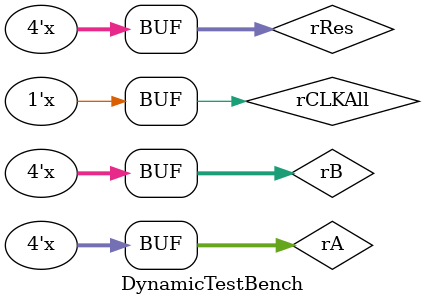
<source format=v>
`timescale 1ns / 1ps


module DynamicTestBench();
   reg rCLKAll;
   reg[3:0] rA, rB, rRes;
   wire[3:0] wEN;
   wire[7:0] wD;
   
   parameter pTClock = 10, pDelay = 4000;
   
   DynamicDisplayTop ddtTest
   (
        .wClock(rCLKAll),
        .wOprA(rA),
        .wOprB(rB),
        .wRes(rRes),
        .rEnable(wEN),
        .wData(wD)
   );
   
   initial
   begin
        rCLKAll = 1'b0;
        rA = 4'b0000;
        rB = 4'b0000;
        rRes = 4'b0000;
   end
   
   always
   begin
        #(pTClock / 2) rCLKAll <= ~rCLKAll;
   end
   
   always
   begin
       #pDelay {rA, rB, rRes} = {rA, rB, rRes} + 1'b1;
   end
endmodule

</source>
